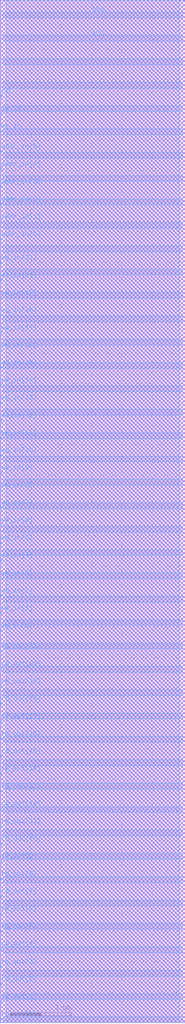
<source format=lef>
VERSION 5.7 ;
BUSBITCHARS "[]" ;
MACRO fakeram_64x22
  FOREIGN fakeram_64x22 0 0 ;
  SYMMETRY X Y R90 ;
  SIZE 3.040 BY 16.800 ;
  CLASS BLOCK ;
  PIN rd_out[0]
    DIRECTION OUTPUT ;
    USE SIGNAL ;
    SHAPE ABUTMENT ;
    PORT
      LAYER M4 ;
      RECT 0.000 0.048 0.024 0.072 ;
    END
  END rd_out[0]
  PIN rd_out[1]
    DIRECTION OUTPUT ;
    USE SIGNAL ;
    SHAPE ABUTMENT ;
    PORT
      LAYER M4 ;
      RECT 0.000 0.336 0.024 0.360 ;
    END
  END rd_out[1]
  PIN rd_out[2]
    DIRECTION OUTPUT ;
    USE SIGNAL ;
    SHAPE ABUTMENT ;
    PORT
      LAYER M4 ;
      RECT 0.000 0.624 0.024 0.648 ;
    END
  END rd_out[2]
  PIN rd_out[3]
    DIRECTION OUTPUT ;
    USE SIGNAL ;
    SHAPE ABUTMENT ;
    PORT
      LAYER M4 ;
      RECT 0.000 0.912 0.024 0.936 ;
    END
  END rd_out[3]
  PIN rd_out[4]
    DIRECTION OUTPUT ;
    USE SIGNAL ;
    SHAPE ABUTMENT ;
    PORT
      LAYER M4 ;
      RECT 0.000 1.200 0.024 1.224 ;
    END
  END rd_out[4]
  PIN rd_out[5]
    DIRECTION OUTPUT ;
    USE SIGNAL ;
    SHAPE ABUTMENT ;
    PORT
      LAYER M4 ;
      RECT 0.000 1.488 0.024 1.512 ;
    END
  END rd_out[5]
  PIN rd_out[6]
    DIRECTION OUTPUT ;
    USE SIGNAL ;
    SHAPE ABUTMENT ;
    PORT
      LAYER M4 ;
      RECT 0.000 1.776 0.024 1.800 ;
    END
  END rd_out[6]
  PIN rd_out[7]
    DIRECTION OUTPUT ;
    USE SIGNAL ;
    SHAPE ABUTMENT ;
    PORT
      LAYER M4 ;
      RECT 0.000 2.064 0.024 2.088 ;
    END
  END rd_out[7]
  PIN rd_out[8]
    DIRECTION OUTPUT ;
    USE SIGNAL ;
    SHAPE ABUTMENT ;
    PORT
      LAYER M4 ;
      RECT 0.000 2.352 0.024 2.376 ;
    END
  END rd_out[8]
  PIN rd_out[9]
    DIRECTION OUTPUT ;
    USE SIGNAL ;
    SHAPE ABUTMENT ;
    PORT
      LAYER M4 ;
      RECT 0.000 2.640 0.024 2.664 ;
    END
  END rd_out[9]
  PIN rd_out[10]
    DIRECTION OUTPUT ;
    USE SIGNAL ;
    SHAPE ABUTMENT ;
    PORT
      LAYER M4 ;
      RECT 0.000 2.928 0.024 2.952 ;
    END
  END rd_out[10]
  PIN rd_out[11]
    DIRECTION OUTPUT ;
    USE SIGNAL ;
    SHAPE ABUTMENT ;
    PORT
      LAYER M4 ;
      RECT 0.000 3.216 0.024 3.240 ;
    END
  END rd_out[11]
  PIN rd_out[12]
    DIRECTION OUTPUT ;
    USE SIGNAL ;
    SHAPE ABUTMENT ;
    PORT
      LAYER M4 ;
      RECT 0.000 3.504 0.024 3.528 ;
    END
  END rd_out[12]
  PIN rd_out[13]
    DIRECTION OUTPUT ;
    USE SIGNAL ;
    SHAPE ABUTMENT ;
    PORT
      LAYER M4 ;
      RECT 0.000 3.792 0.024 3.816 ;
    END
  END rd_out[13]
  PIN rd_out[14]
    DIRECTION OUTPUT ;
    USE SIGNAL ;
    SHAPE ABUTMENT ;
    PORT
      LAYER M4 ;
      RECT 0.000 4.080 0.024 4.104 ;
    END
  END rd_out[14]
  PIN rd_out[15]
    DIRECTION OUTPUT ;
    USE SIGNAL ;
    SHAPE ABUTMENT ;
    PORT
      LAYER M4 ;
      RECT 0.000 4.368 0.024 4.392 ;
    END
  END rd_out[15]
  PIN rd_out[16]
    DIRECTION OUTPUT ;
    USE SIGNAL ;
    SHAPE ABUTMENT ;
    PORT
      LAYER M4 ;
      RECT 0.000 4.656 0.024 4.680 ;
    END
  END rd_out[16]
  PIN rd_out[17]
    DIRECTION OUTPUT ;
    USE SIGNAL ;
    SHAPE ABUTMENT ;
    PORT
      LAYER M4 ;
      RECT 0.000 4.944 0.024 4.968 ;
    END
  END rd_out[17]
  PIN rd_out[18]
    DIRECTION OUTPUT ;
    USE SIGNAL ;
    SHAPE ABUTMENT ;
    PORT
      LAYER M4 ;
      RECT 0.000 5.232 0.024 5.256 ;
    END
  END rd_out[18]
  PIN rd_out[19]
    DIRECTION OUTPUT ;
    USE SIGNAL ;
    SHAPE ABUTMENT ;
    PORT
      LAYER M4 ;
      RECT 0.000 5.520 0.024 5.544 ;
    END
  END rd_out[19]
  PIN rd_out[20]
    DIRECTION OUTPUT ;
    USE SIGNAL ;
    SHAPE ABUTMENT ;
    PORT
      LAYER M4 ;
      RECT 0.000 5.808 0.024 5.832 ;
    END
  END rd_out[20]
  PIN rd_out[21]
    DIRECTION OUTPUT ;
    USE SIGNAL ;
    SHAPE ABUTMENT ;
    PORT
      LAYER M4 ;
      RECT 0.000 6.096 0.024 6.120 ;
    END
  END rd_out[21]
  PIN wd_in[0]
    DIRECTION INPUT ;
    USE SIGNAL ;
    SHAPE ABUTMENT ;
    PORT
      LAYER M4 ;
      RECT 0.000 6.432 0.024 6.456 ;
    END
  END wd_in[0]
  PIN wd_in[1]
    DIRECTION INPUT ;
    USE SIGNAL ;
    SHAPE ABUTMENT ;
    PORT
      LAYER M4 ;
      RECT 0.000 6.720 0.024 6.744 ;
    END
  END wd_in[1]
  PIN wd_in[2]
    DIRECTION INPUT ;
    USE SIGNAL ;
    SHAPE ABUTMENT ;
    PORT
      LAYER M4 ;
      RECT 0.000 7.008 0.024 7.032 ;
    END
  END wd_in[2]
  PIN wd_in[3]
    DIRECTION INPUT ;
    USE SIGNAL ;
    SHAPE ABUTMENT ;
    PORT
      LAYER M4 ;
      RECT 0.000 7.296 0.024 7.320 ;
    END
  END wd_in[3]
  PIN wd_in[4]
    DIRECTION INPUT ;
    USE SIGNAL ;
    SHAPE ABUTMENT ;
    PORT
      LAYER M4 ;
      RECT 0.000 7.584 0.024 7.608 ;
    END
  END wd_in[4]
  PIN wd_in[5]
    DIRECTION INPUT ;
    USE SIGNAL ;
    SHAPE ABUTMENT ;
    PORT
      LAYER M4 ;
      RECT 0.000 7.872 0.024 7.896 ;
    END
  END wd_in[5]
  PIN wd_in[6]
    DIRECTION INPUT ;
    USE SIGNAL ;
    SHAPE ABUTMENT ;
    PORT
      LAYER M4 ;
      RECT 0.000 8.160 0.024 8.184 ;
    END
  END wd_in[6]
  PIN wd_in[7]
    DIRECTION INPUT ;
    USE SIGNAL ;
    SHAPE ABUTMENT ;
    PORT
      LAYER M4 ;
      RECT 0.000 8.448 0.024 8.472 ;
    END
  END wd_in[7]
  PIN wd_in[8]
    DIRECTION INPUT ;
    USE SIGNAL ;
    SHAPE ABUTMENT ;
    PORT
      LAYER M4 ;
      RECT 0.000 8.736 0.024 8.760 ;
    END
  END wd_in[8]
  PIN wd_in[9]
    DIRECTION INPUT ;
    USE SIGNAL ;
    SHAPE ABUTMENT ;
    PORT
      LAYER M4 ;
      RECT 0.000 9.024 0.024 9.048 ;
    END
  END wd_in[9]
  PIN wd_in[10]
    DIRECTION INPUT ;
    USE SIGNAL ;
    SHAPE ABUTMENT ;
    PORT
      LAYER M4 ;
      RECT 0.000 9.312 0.024 9.336 ;
    END
  END wd_in[10]
  PIN wd_in[11]
    DIRECTION INPUT ;
    USE SIGNAL ;
    SHAPE ABUTMENT ;
    PORT
      LAYER M4 ;
      RECT 0.000 9.600 0.024 9.624 ;
    END
  END wd_in[11]
  PIN wd_in[12]
    DIRECTION INPUT ;
    USE SIGNAL ;
    SHAPE ABUTMENT ;
    PORT
      LAYER M4 ;
      RECT 0.000 9.888 0.024 9.912 ;
    END
  END wd_in[12]
  PIN wd_in[13]
    DIRECTION INPUT ;
    USE SIGNAL ;
    SHAPE ABUTMENT ;
    PORT
      LAYER M4 ;
      RECT 0.000 10.176 0.024 10.200 ;
    END
  END wd_in[13]
  PIN wd_in[14]
    DIRECTION INPUT ;
    USE SIGNAL ;
    SHAPE ABUTMENT ;
    PORT
      LAYER M4 ;
      RECT 0.000 10.464 0.024 10.488 ;
    END
  END wd_in[14]
  PIN wd_in[15]
    DIRECTION INPUT ;
    USE SIGNAL ;
    SHAPE ABUTMENT ;
    PORT
      LAYER M4 ;
      RECT 0.000 10.752 0.024 10.776 ;
    END
  END wd_in[15]
  PIN wd_in[16]
    DIRECTION INPUT ;
    USE SIGNAL ;
    SHAPE ABUTMENT ;
    PORT
      LAYER M4 ;
      RECT 0.000 11.040 0.024 11.064 ;
    END
  END wd_in[16]
  PIN wd_in[17]
    DIRECTION INPUT ;
    USE SIGNAL ;
    SHAPE ABUTMENT ;
    PORT
      LAYER M4 ;
      RECT 0.000 11.328 0.024 11.352 ;
    END
  END wd_in[17]
  PIN wd_in[18]
    DIRECTION INPUT ;
    USE SIGNAL ;
    SHAPE ABUTMENT ;
    PORT
      LAYER M4 ;
      RECT 0.000 11.616 0.024 11.640 ;
    END
  END wd_in[18]
  PIN wd_in[19]
    DIRECTION INPUT ;
    USE SIGNAL ;
    SHAPE ABUTMENT ;
    PORT
      LAYER M4 ;
      RECT 0.000 11.904 0.024 11.928 ;
    END
  END wd_in[19]
  PIN wd_in[20]
    DIRECTION INPUT ;
    USE SIGNAL ;
    SHAPE ABUTMENT ;
    PORT
      LAYER M4 ;
      RECT 0.000 12.192 0.024 12.216 ;
    END
  END wd_in[20]
  PIN wd_in[21]
    DIRECTION INPUT ;
    USE SIGNAL ;
    SHAPE ABUTMENT ;
    PORT
      LAYER M4 ;
      RECT 0.000 12.480 0.024 12.504 ;
    END
  END wd_in[21]
  PIN addr_in[0]
    DIRECTION INPUT ;
    USE SIGNAL ;
    SHAPE ABUTMENT ;
    PORT
      LAYER M4 ;
      RECT 0.000 12.864 0.024 12.888 ;
    END
  END addr_in[0]
  PIN addr_in[1]
    DIRECTION INPUT ;
    USE SIGNAL ;
    SHAPE ABUTMENT ;
    PORT
      LAYER M4 ;
      RECT 0.000 13.152 0.024 13.176 ;
    END
  END addr_in[1]
  PIN addr_in[2]
    DIRECTION INPUT ;
    USE SIGNAL ;
    SHAPE ABUTMENT ;
    PORT
      LAYER M4 ;
      RECT 0.000 13.440 0.024 13.464 ;
    END
  END addr_in[2]
  PIN addr_in[3]
    DIRECTION INPUT ;
    USE SIGNAL ;
    SHAPE ABUTMENT ;
    PORT
      LAYER M4 ;
      RECT 0.000 13.728 0.024 13.752 ;
    END
  END addr_in[3]
  PIN addr_in[4]
    DIRECTION INPUT ;
    USE SIGNAL ;
    SHAPE ABUTMENT ;
    PORT
      LAYER M4 ;
      RECT 0.000 14.016 0.024 14.040 ;
    END
  END addr_in[4]
  PIN addr_in[5]
    DIRECTION INPUT ;
    USE SIGNAL ;
    SHAPE ABUTMENT ;
    PORT
      LAYER M4 ;
      RECT 0.000 14.304 0.024 14.328 ;
    END
  END addr_in[5]
  PIN we_in
    DIRECTION INPUT ;
    USE SIGNAL ;
    SHAPE ABUTMENT ;
    PORT
      LAYER M4 ;
      RECT 0.000 14.640 0.024 14.664 ;
    END
  END we_in
  PIN ce_in
    DIRECTION INPUT ;
    USE SIGNAL ;
    SHAPE ABUTMENT ;
    PORT
      LAYER M4 ;
      RECT 0.000 14.928 0.024 14.952 ;
    END
  END ce_in
  PIN clk
    DIRECTION INPUT ;
    USE SIGNAL ;
    SHAPE ABUTMENT ;
    PORT
      LAYER M4 ;
      RECT 0.000 15.216 0.024 15.240 ;
    END
  END clk
  PIN VSS
    DIRECTION INOUT ;
    USE GROUND ;
    PORT
      LAYER M4 ;
      RECT 0.048 0.000 2.992 0.096 ;
      RECT 0.048 0.768 2.992 0.864 ;
      RECT 0.048 1.536 2.992 1.632 ;
      RECT 0.048 2.304 2.992 2.400 ;
      RECT 0.048 3.072 2.992 3.168 ;
      RECT 0.048 3.840 2.992 3.936 ;
      RECT 0.048 4.608 2.992 4.704 ;
      RECT 0.048 5.376 2.992 5.472 ;
      RECT 0.048 6.144 2.992 6.240 ;
      RECT 0.048 6.912 2.992 7.008 ;
      RECT 0.048 7.680 2.992 7.776 ;
      RECT 0.048 8.448 2.992 8.544 ;
      RECT 0.048 9.216 2.992 9.312 ;
      RECT 0.048 9.984 2.992 10.080 ;
      RECT 0.048 10.752 2.992 10.848 ;
      RECT 0.048 11.520 2.992 11.616 ;
      RECT 0.048 12.288 2.992 12.384 ;
      RECT 0.048 13.056 2.992 13.152 ;
      RECT 0.048 13.824 2.992 13.920 ;
      RECT 0.048 14.592 2.992 14.688 ;
      RECT 0.048 15.360 2.992 15.456 ;
      RECT 0.048 16.128 2.992 16.224 ;
    END
  END VSS
  PIN VDD
    DIRECTION INOUT ;
    USE POWER ;
    PORT
      LAYER M4 ;
      RECT 0.048 0.384 2.992 0.480 ;
      RECT 0.048 1.152 2.992 1.248 ;
      RECT 0.048 1.920 2.992 2.016 ;
      RECT 0.048 2.688 2.992 2.784 ;
      RECT 0.048 3.456 2.992 3.552 ;
      RECT 0.048 4.224 2.992 4.320 ;
      RECT 0.048 4.992 2.992 5.088 ;
      RECT 0.048 5.760 2.992 5.856 ;
      RECT 0.048 6.528 2.992 6.624 ;
      RECT 0.048 7.296 2.992 7.392 ;
      RECT 0.048 8.064 2.992 8.160 ;
      RECT 0.048 8.832 2.992 8.928 ;
      RECT 0.048 9.600 2.992 9.696 ;
      RECT 0.048 10.368 2.992 10.464 ;
      RECT 0.048 11.136 2.992 11.232 ;
      RECT 0.048 11.904 2.992 12.000 ;
      RECT 0.048 12.672 2.992 12.768 ;
      RECT 0.048 13.440 2.992 13.536 ;
      RECT 0.048 14.208 2.992 14.304 ;
      RECT 0.048 14.976 2.992 15.072 ;
      RECT 0.048 15.744 2.992 15.840 ;
      RECT 0.048 16.512 2.992 16.608 ;
    END
  END VDD
  OBS
    LAYER M1 ;
    RECT 0 0 3.040 16.800 ;
    LAYER M2 ;
    RECT 0 0 3.040 16.800 ;
    LAYER M3 ;
    RECT 0 0 3.040 16.800 ;
    LAYER M4 ;
    RECT 0.1 0 2.940 16.800 ;
  END
END fakeram_64x22

END LIBRARY

</source>
